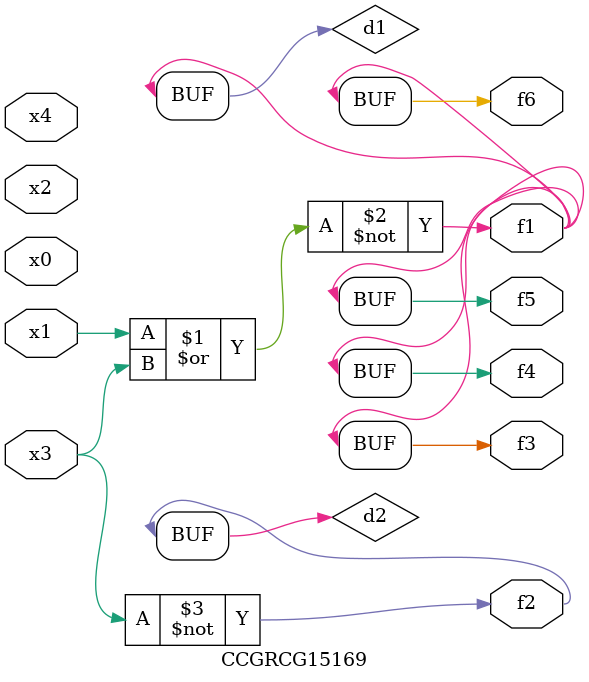
<source format=v>
module CCGRCG15169(
	input x0, x1, x2, x3, x4,
	output f1, f2, f3, f4, f5, f6
);

	wire d1, d2;

	nor (d1, x1, x3);
	not (d2, x3);
	assign f1 = d1;
	assign f2 = d2;
	assign f3 = d1;
	assign f4 = d1;
	assign f5 = d1;
	assign f6 = d1;
endmodule

</source>
